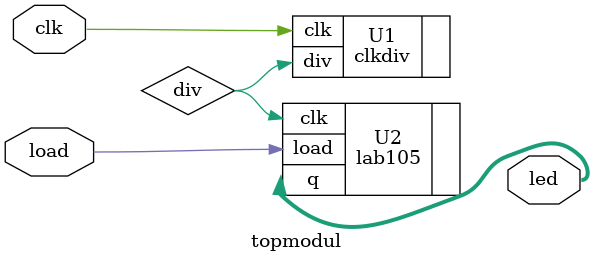
<source format=v>
`timescale 1ns / 1ps
module topmodul(
    input clk, load,
    output [7:0]led
    );
	 wire div;
	
	clkdiv U1(.clk(clk), .div(div));
	lab105 U2(.clk(div), .load(load), .q(led));

endmodule


</source>
